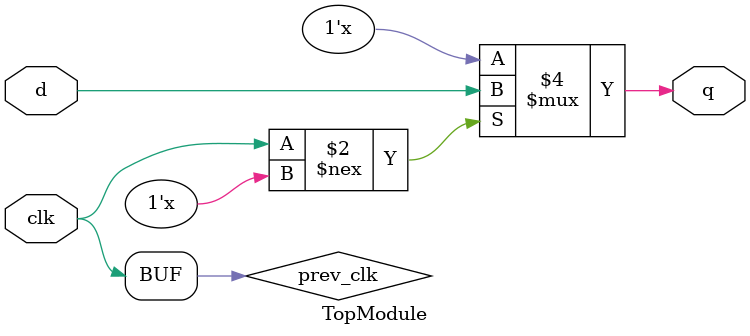
<source format=sv>

module TopModule (
  input clk,
  input d,
  output reg q
);
// Register to remember the previous clock value
reg prev_clk;

// Initialize registers (optional, for simulation)
initial begin
  prev_clk = 0;
  q       = 0;
end

// Detect both rising and falling edges of clk
always @(clk) begin
  // If the clock value changed, we have an edge
  if (clk !== prev_clk) begin
    q <= d;          // Update output on either edge
  end
  prev_clk <= clk;   // Store current clock value for next comparison
end

endmodule

</source>
